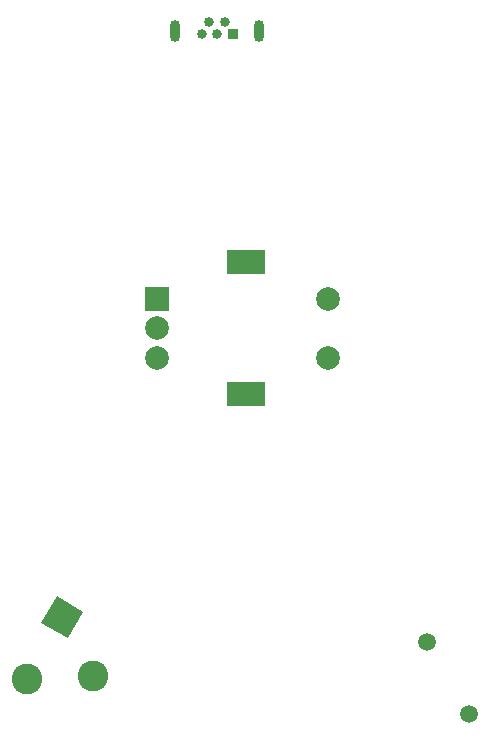
<source format=gbr>
%TF.GenerationSoftware,KiCad,Pcbnew,(5.1.9)-1*%
%TF.CreationDate,2021-08-27T00:44:51+02:00*%
%TF.ProjectId,nogasm,6e6f6761-736d-42e6-9b69-6361645f7063,rev?*%
%TF.SameCoordinates,Original*%
%TF.FileFunction,Soldermask,Bot*%
%TF.FilePolarity,Negative*%
%FSLAX46Y46*%
G04 Gerber Fmt 4.6, Leading zero omitted, Abs format (unit mm)*
G04 Created by KiCad (PCBNEW (5.1.9)-1) date 2021-08-27 00:44:51*
%MOMM*%
%LPD*%
G01*
G04 APERTURE LIST*
%ADD10O,0.850000X1.850000*%
%ADD11C,0.840000*%
%ADD12R,0.840000X0.840000*%
%ADD13R,2.000000X2.000000*%
%ADD14C,2.000000*%
%ADD15R,3.200000X2.000000*%
%ADD16C,1.500000*%
%ADD17C,2.600000*%
%ADD18C,0.100000*%
G04 APERTURE END LIST*
D10*
%TO.C,J3*%
X134025000Y-64880000D03*
X141175000Y-64880000D03*
D11*
X136300000Y-65100000D03*
X136950000Y-64100000D03*
X137600000Y-65100000D03*
X138250000Y-64100000D03*
D12*
X138900000Y-65100000D03*
%TD*%
D13*
%TO.C,SW2*%
X132500000Y-87500000D03*
D14*
X132500000Y-90000000D03*
X132500000Y-92500000D03*
D15*
X140000000Y-84400000D03*
X140000000Y-95600000D03*
D14*
X147000000Y-87500000D03*
X147000000Y-92500000D03*
%TD*%
D16*
%TO.C,J2*%
X155387500Y-116573093D03*
X158887500Y-122635271D03*
%TD*%
D17*
%TO.C,J1*%
X127070319Y-119448076D03*
X121500000Y-119696152D03*
D18*
G36*
X122724167Y-114975833D02*
G01*
X124024167Y-112724167D01*
X126275833Y-114024167D01*
X124975833Y-116275833D01*
X122724167Y-114975833D01*
G37*
%TD*%
M02*

</source>
